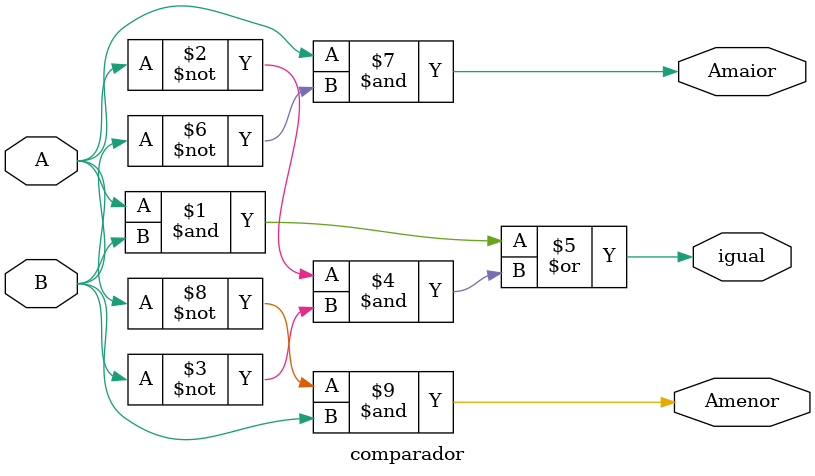
<source format=v>

/*
NOME: Lara Gama, Mateus Ribeiro, Sulamita
DATA: 17/11/2021

A, B - entradas
Amaior, igual, Amenor - saídas

A = 1: nível lógico alto
~A = 0: nível lógico baixo
Amaior = 1: indica que A tem nível lógico alto e B tem nível lógico baixo.
Amenor = 1: indica que A tem nível lógico baixo e B tem nível lógico alto.
igual = 1: A e B possuem o mesmo nível lógico.

*/

module comparador (A, B, Amaior, igual, Amenor);
input A,B;
output Amaior, igual, Amenor;

assign igual = (A & B) | (~A & ~B);
assign Amaior = (A & ~B);
assign Amenor = (~A & B);

endmodule 
</source>
